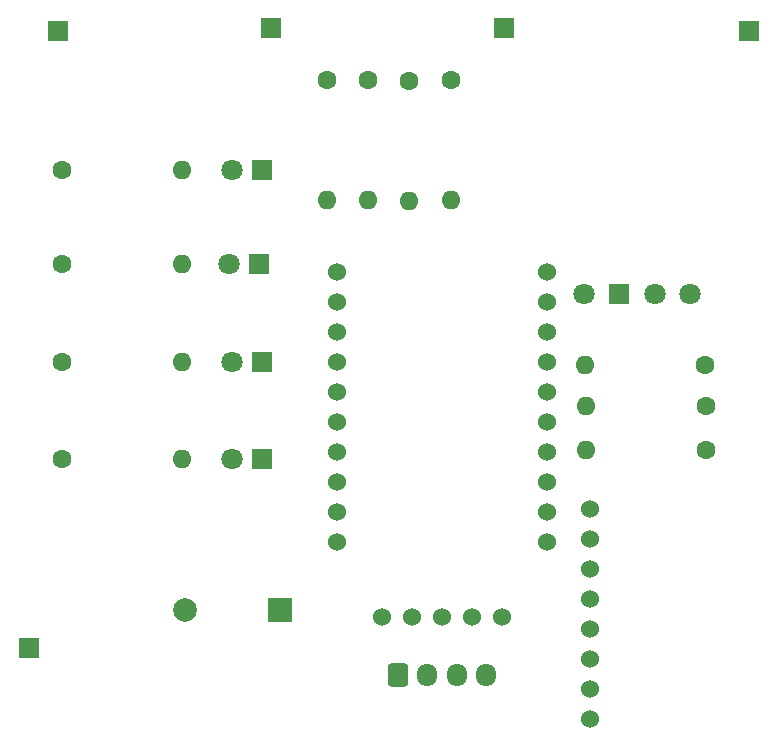
<source format=gbr>
%TF.GenerationSoftware,KiCad,Pcbnew,8.0.5*%
%TF.CreationDate,2024-11-18T10:32:16-03:00*%
%TF.ProjectId,PCB_Luva,5043425f-4c75-4766-912e-6b696361645f,rev?*%
%TF.SameCoordinates,Original*%
%TF.FileFunction,Copper,L1,Top*%
%TF.FilePolarity,Positive*%
%FSLAX46Y46*%
G04 Gerber Fmt 4.6, Leading zero omitted, Abs format (unit mm)*
G04 Created by KiCad (PCBNEW 8.0.5) date 2024-11-18 10:32:16*
%MOMM*%
%LPD*%
G01*
G04 APERTURE LIST*
G04 Aperture macros list*
%AMRoundRect*
0 Rectangle with rounded corners*
0 $1 Rounding radius*
0 $2 $3 $4 $5 $6 $7 $8 $9 X,Y pos of 4 corners*
0 Add a 4 corners polygon primitive as box body*
4,1,4,$2,$3,$4,$5,$6,$7,$8,$9,$2,$3,0*
0 Add four circle primitives for the rounded corners*
1,1,$1+$1,$2,$3*
1,1,$1+$1,$4,$5*
1,1,$1+$1,$6,$7*
1,1,$1+$1,$8,$9*
0 Add four rect primitives between the rounded corners*
20,1,$1+$1,$2,$3,$4,$5,0*
20,1,$1+$1,$4,$5,$6,$7,0*
20,1,$1+$1,$6,$7,$8,$9,0*
20,1,$1+$1,$8,$9,$2,$3,0*%
G04 Aperture macros list end*
%TA.AperFunction,ComponentPad*%
%ADD10C,1.600000*%
%TD*%
%TA.AperFunction,ComponentPad*%
%ADD11O,1.600000X1.600000*%
%TD*%
%TA.AperFunction,ComponentPad*%
%ADD12R,1.800000X1.800000*%
%TD*%
%TA.AperFunction,ComponentPad*%
%ADD13C,1.800000*%
%TD*%
%TA.AperFunction,ComponentPad*%
%ADD14R,1.700000X1.700000*%
%TD*%
%TA.AperFunction,ComponentPad*%
%ADD15C,1.524000*%
%TD*%
%TA.AperFunction,ComponentPad*%
%ADD16RoundRect,0.250000X-0.600000X-0.725000X0.600000X-0.725000X0.600000X0.725000X-0.600000X0.725000X0*%
%TD*%
%TA.AperFunction,ComponentPad*%
%ADD17O,1.700000X1.950000*%
%TD*%
%TA.AperFunction,ComponentPad*%
%ADD18R,2.000000X2.000000*%
%TD*%
%TA.AperFunction,ComponentPad*%
%ADD19C,2.000000*%
%TD*%
G04 APERTURE END LIST*
D10*
%TO.P,R10,1*%
%TO.N,Vdd*%
X108090000Y-100750000D03*
D11*
%TO.P,R10,2*%
%TO.N,Net-(Led3-A)*%
X118250000Y-100750000D03*
%TD*%
D12*
%TO.P,Led1,1,K*%
%TO.N,P10*%
X125000000Y-84500000D03*
D13*
%TO.P,Led1,2,A*%
%TO.N,Net-(Led1-A)*%
X122460000Y-84500000D03*
%TD*%
D14*
%TO.P,D5,1,Pin_1*%
%TO.N,P07*%
X166250000Y-72750000D03*
%TD*%
%TO.P,D3,1,Pin_1*%
%TO.N,P05*%
X125750000Y-72500000D03*
%TD*%
D10*
%TO.P,R9,1*%
%TO.N,Vdd*%
X108090000Y-92500000D03*
D11*
%TO.P,R9,2*%
%TO.N,Net-(Led2-A)*%
X118250000Y-92500000D03*
%TD*%
D10*
%TO.P,R4,1*%
%TO.N,P07*%
X141000000Y-76920000D03*
D11*
%TO.P,R4,2*%
%TO.N,GND*%
X141000000Y-87080000D03*
%TD*%
D15*
%TO.P,U1,1,P10*%
%TO.N,P10*%
X131345000Y-93130000D03*
%TO.P,U1,2,P11*%
%TO.N,P11*%
X131345000Y-95670000D03*
%TO.P,U1,3,P12*%
%TO.N,P12*%
X131345000Y-98210000D03*
%TO.P,U1,4,P13*%
%TO.N,P13*%
X131345000Y-100750000D03*
%TO.P,U1,5,P14*%
%TO.N,unconnected-(U1-P14-Pad5)*%
X131345000Y-103290000D03*
%TO.P,U1,6,P15*%
%TO.N,unconnected-(U1-P15-Pad6)*%
X131345000Y-105830000D03*
%TO.P,U1,7,P16*%
%TO.N,unconnected-(U1-P16-Pad7)*%
X131345000Y-108370000D03*
%TO.P,U1,8,P17*%
%TO.N,P17*%
X131345000Y-110910000D03*
%TO.P,U1,9,VDD*%
%TO.N,Vdd*%
X131345000Y-113450000D03*
%TO.P,U1,10,GND*%
%TO.N,GND*%
X131345000Y-115990000D03*
%TO.P,U1,11,GND*%
X149125000Y-115990000D03*
%TO.P,U1,12,VDD*%
%TO.N,Vdd*%
X149125000Y-113450000D03*
%TO.P,U1,13,P00*%
%TO.N,unconnected-(U1-P00-Pad13)*%
X149125000Y-110910000D03*
%TO.P,U1,14,P01*%
%TO.N,P01*%
X149125000Y-108370000D03*
%TO.P,U1,15,P02*%
%TO.N,P02*%
X149125000Y-105830000D03*
%TO.P,U1,16,P03*%
%TO.N,P03*%
X149125000Y-103290000D03*
%TO.P,U1,17,P04*%
%TO.N,P04*%
X149125000Y-100750000D03*
%TO.P,U1,18,P05*%
%TO.N,P05*%
X149125000Y-98210000D03*
%TO.P,U1,19,P06*%
%TO.N,P06*%
X149125000Y-95670000D03*
%TO.P,U1,20,P07*%
%TO.N,P07*%
X149125000Y-93130000D03*
%TO.P,U1,C1,GND*%
%TO.N,GND*%
X135155000Y-122340000D03*
%TO.P,U1,C2,VCC*%
%TO.N,Vcc*%
X137695000Y-122340000D03*
%TO.P,U1,C3,SDA*%
%TO.N,SDA*%
X140235000Y-122340000D03*
%TO.P,U1,C4,SCL*%
%TO.N,SCL*%
X142775000Y-122340000D03*
%TO.P,U1,C5,/INT*%
%TO.N,unconnected-(U1-{slash}INT-PadC5)*%
X145315000Y-122340000D03*
%TD*%
D14*
%TO.P,D2,1,Pin_1*%
%TO.N,P04*%
X107750000Y-72750000D03*
%TD*%
D12*
%TO.P,Led2,1,K*%
%TO.N,P11*%
X124775000Y-92500000D03*
D13*
%TO.P,Led2,2,A*%
%TO.N,Net-(Led2-A)*%
X122235000Y-92500000D03*
%TD*%
D10*
%TO.P,R7,1*%
%TO.N,Net-(LED_RGB1-RK)*%
X162580000Y-108250000D03*
D11*
%TO.P,R7,2*%
%TO.N,P01*%
X152420000Y-108250000D03*
%TD*%
D14*
%TO.P,D4,1,Pin_1*%
%TO.N,P06*%
X145500000Y-72500000D03*
%TD*%
D10*
%TO.P,R1,1*%
%TO.N,P04*%
X130500000Y-76920000D03*
D11*
%TO.P,R1,2*%
%TO.N,GND*%
X130500000Y-87080000D03*
%TD*%
D10*
%TO.P,R6,1*%
%TO.N,Net-(LED_RGB1-GK)*%
X162580000Y-104500000D03*
D11*
%TO.P,R6,2*%
%TO.N,P02*%
X152420000Y-104500000D03*
%TD*%
D16*
%TO.P,J2,1,Pin_1*%
%TO.N,GND*%
X136500000Y-127250000D03*
D17*
%TO.P,J2,2,Pin_2*%
%TO.N,Vcc*%
X139000000Y-127250000D03*
%TO.P,J2,3,Pin_3*%
%TO.N,SDA*%
X141500000Y-127250000D03*
%TO.P,J2,4,Pin_4*%
%TO.N,SCL*%
X144000000Y-127250000D03*
%TD*%
D10*
%TO.P,R5,1*%
%TO.N,Net-(LED_RGB1-BK)*%
X162500000Y-101000000D03*
D11*
%TO.P,R5,2*%
%TO.N,P03*%
X152340000Y-101000000D03*
%TD*%
D12*
%TO.P,Led4,1,K*%
%TO.N,P13*%
X125000000Y-109000000D03*
D13*
%TO.P,Led4,2,A*%
%TO.N,Net-(Led4-A)*%
X122460000Y-109000000D03*
%TD*%
D12*
%TO.P,LED_RGB1,1,A*%
%TO.N,Vdd*%
X155250000Y-95000000D03*
D13*
%TO.P,LED_RGB1,2,RK*%
%TO.N,Net-(LED_RGB1-RK)*%
X152250000Y-95000000D03*
%TO.P,LED_RGB1,3,GK*%
%TO.N,Net-(LED_RGB1-GK)*%
X158250000Y-95000000D03*
%TO.P,LED_RGB1,4,BK*%
%TO.N,Net-(LED_RGB1-BK)*%
X161250000Y-95000000D03*
%TD*%
D10*
%TO.P,R3,1*%
%TO.N,P06*%
X137500000Y-77000000D03*
D11*
%TO.P,R3,2*%
%TO.N,GND*%
X137500000Y-87160000D03*
%TD*%
D18*
%TO.P,BZ1,1,+*%
%TO.N,Vdd*%
X126500000Y-121750000D03*
D19*
%TO.P,BZ1,2,-*%
%TO.N,P17*%
X118500000Y-121750000D03*
%TD*%
D10*
%TO.P,R2,1*%
%TO.N,P05*%
X134000000Y-76920000D03*
D11*
%TO.P,R2,2*%
%TO.N,GND*%
X134000000Y-87080000D03*
%TD*%
D10*
%TO.P,R8,1*%
%TO.N,Vdd*%
X108090000Y-84500000D03*
D11*
%TO.P,R8,2*%
%TO.N,Net-(Led1-A)*%
X118250000Y-84500000D03*
%TD*%
D12*
%TO.P,Led3,1,K*%
%TO.N,P12*%
X125000000Y-100750000D03*
D13*
%TO.P,Led3,2,A*%
%TO.N,Net-(Led3-A)*%
X122460000Y-100750000D03*
%TD*%
D14*
%TO.P,D1,1,Pin_1*%
%TO.N,Vdd*%
X105250000Y-125000000D03*
%TD*%
D15*
%TO.P,U2,1,VCC*%
%TO.N,Vcc*%
X152765000Y-113237000D03*
%TO.P,U2,2,GND*%
%TO.N,GND*%
X152765000Y-115777000D03*
%TO.P,U2,3,SCL*%
%TO.N,SCL*%
X152765000Y-118317000D03*
%TO.P,U2,4,SDA*%
%TO.N,SDA*%
X152765000Y-120857000D03*
%TO.P,U2,5,XDA*%
%TO.N,unconnected-(U2-XDA-Pad5)*%
X152765000Y-123397000D03*
%TO.P,U2,6,XCL*%
%TO.N,unconnected-(U2-XCL-Pad6)*%
X152765000Y-125937000D03*
%TO.P,U2,7,ADD*%
%TO.N,unconnected-(U2-ADD-Pad7)*%
X152765000Y-128477000D03*
%TO.P,U2,8,INT*%
%TO.N,unconnected-(U2-INT-Pad8)*%
X152765000Y-131017000D03*
%TD*%
D10*
%TO.P,R11,1*%
%TO.N,Vdd*%
X108090000Y-109000000D03*
D11*
%TO.P,R11,2*%
%TO.N,Net-(Led4-A)*%
X118250000Y-109000000D03*
%TD*%
M02*

</source>
